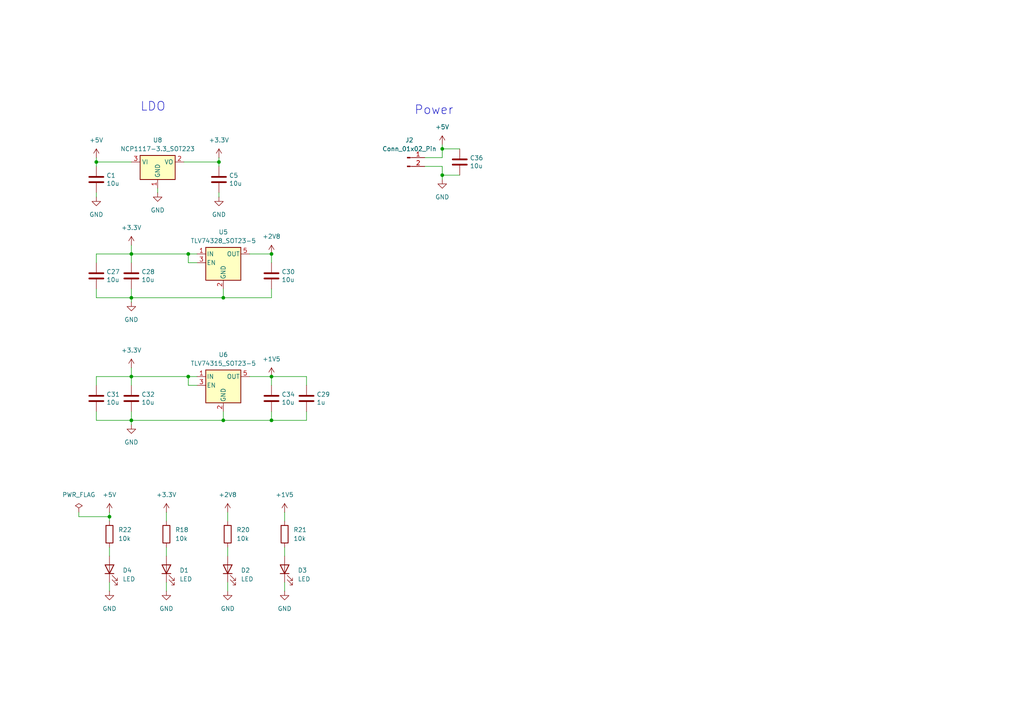
<source format=kicad_sch>
(kicad_sch (version 20250114) (generator "eeschema") (generator_version "9.0")
  (paper "A4")
  (lib_symbols
    (symbol "Connector:Conn_01x02_Pin" (pin_names (offset 1.016) (hide yes))
      (property "Reference" "J" (at 0 2.54 0))
      (property "Value" "Conn_01x02_Pin" (at 0 -5.08 0))
      (symbol "Conn_01x02_Pin_1_1"
        (rectangle (start 0.8636 0.127) (end 0 -0.127) (stroke (width 0.1524)) (fill (type outline)))
        (rectangle (start 0.8636 -2.413) (end 0 -2.667) (stroke (width 0.1524)) (fill (type outline)))
        (polyline (pts (xy 1.27 0) (xy 0.8636 0)) (stroke (width 0.1524)))
        (polyline (pts (xy 1.27 -2.54) (xy 0.8636 -2.54)) (stroke (width 0.1524)))
        (pin passive line (at 5.08 0 180) (length 3.81) (name "Pin_1") (number "1"))
        (pin passive line (at 5.08 -2.54 180) (length 3.81) (name "Pin_2") (number "2"))
      )
    )
    (symbol "Device:C" (pin_numbers (hide yes)) (pin_names (offset 0.254))
      (property "Reference" "C" (at 0.635 2.54 0))
      (property "Value" "C" (at 0.635 -2.54 0))
      (symbol "C_0_1"
        (polyline (pts (xy -2.032 0.762) (xy 2.032 0.762)) (stroke (width 0.508)))
        (polyline (pts (xy -2.032 -0.762) (xy 2.032 -0.762)) (stroke (width 0.508)))
      )
      (symbol "C_1_1"
        (pin passive line (at 0 3.81 270) (length 2.794) (name "~") (number "1"))
        (pin passive line (at 0 -3.81 90) (length 2.794) (name "~") (number "2"))
      )
    )
    (symbol "Device:LED" (pin_numbers (hide yes)) (pin_names (offset 1.016) (hide yes))
      (property "Reference" "D" (at 0 2.54 0))
      (property "Value" "LED" (at 0 -2.54 0))
      (symbol "LED_0_1"
        (polyline (pts (xy -3.048 -0.762) (xy -4.572 -2.286) (xy -3.81 -2.286) (xy -4.572 -2.286) (xy -4.572 -1.524)))
        (polyline (pts (xy -1.778 -0.762) (xy -3.302 -2.286) (xy -2.54 -2.286) (xy -3.302 -2.286) (xy -3.302 -1.524)))
        (polyline (pts (xy -1.27 0) (xy 1.27 0)))
        (polyline (pts (xy -1.27 -1.27) (xy -1.27 1.27)) (stroke (width 0.254)))
        (polyline (pts (xy 1.27 -1.27) (xy 1.27 1.27) (xy -1.27 0) (xy 1.27 -1.27)) (stroke (width 0.254)))
      )
      (symbol "LED_1_1"
        (pin passive line (at -3.81 0 0) (length 2.54) (name "K") (number "1"))
        (pin passive line (at 3.81 0 180) (length 2.54) (name "A") (number "2"))
      )
    )
    (symbol "Device:R" (pin_numbers (hide yes)) (pin_names (offset 0))
      (property "Reference" "R" (at 2.032 0 90))
      (property "Value" "R" (at 0 0 90))
      (symbol "R_0_1"
        (rectangle (start -1.016 -2.54) (end 1.016 2.54) (stroke (width 0.254)))
      )
      (symbol "R_1_1"
        (pin passive line (at 0 3.81 270) (length 1.27) (name "~") (number "1"))
        (pin passive line (at 0 -3.81 90) (length 1.27) (name "~") (number "2"))
      )
    )
    (symbol "GND_8" (power) (pin_numbers (hide yes)) (pin_names (offset 0) (hide yes))
      (property "Value" "GND" (at 0 -3.81 0))
      (symbol "GND_8_0_1"
        (polyline (pts (xy 0 0) (xy 0 -1.27) (xy 1.27 -1.27) (xy 0 -2.54) (xy -1.27 -1.27) (xy 0 -1.27)))
      )
      (symbol "GND_8_1_1"
        (pin power_in line (at 0 0 270) (length 0) (name "~") (number "1"))
      )
    )
    (symbol "NCP1117-3.3_SOT223_1"
      (property "Reference" "U" (at -3.81 3.175 0))
      (property "Value" "NCP1117-3.3_SOT223" (at 0 3.175 0))
      (symbol "NCP1117-3.3_SOT223_1_0_1"
        (rectangle (start -5.08 -5.08) (end 5.08 1.905) (stroke (width 0.254)) (fill (type background)))
      )
      (symbol "NCP1117-3.3_SOT223_1_1_1"
        (pin power_in line (at -7.62 0 0) (length 2.54) (name "VI") (number "3"))
        (pin power_in line (at 0 -7.62 90) (length 2.54) (name "GND") (number "1"))
        (pin power_out line (at 7.62 0 180) (length 2.54) (name "VO") (number "2"))
      )
    )
    (symbol "Regulator_Linear:TLV70012_SOT23-5" (pin_names (offset 0.254))
      (property "Reference" "U" (at -3.81 5.715 0))
      (property "Value" "TLV70012_SOT23-5" (at 0 5.715 0))
      (symbol "TLV70012_SOT23-5_0_1"
        (rectangle (start -5.08 4.445) (end 5.08 -5.08) (stroke (width 0.254)) (fill (type background)))
      )
      (symbol "TLV70012_SOT23-5_1_1"
        (pin power_in line (at -7.62 2.54 0) (length 2.54) (name "IN") (number "1"))
        (pin input line (at -7.62 0 0) (length 2.54) (name "EN") (number "3"))
        (pin power_in line (at 0 -7.62 90) (length 2.54) (name "GND") (number "2"))
        (pin no_connect line (at 5.08 0 180) (length 2.54) (hide yes) (name "NC") (number "4"))
        (pin power_out line (at 7.62 2.54 180) (length 2.54) (name "OUT") (number "5"))
      )
    )
    (symbol "power:+1V5" (power) (pin_numbers (hide yes)) (pin_names (offset 0) (hide yes))
      (property "Value" "+1V5" (at 0 3.556 0))
      (symbol "+1V5_0_1"
        (polyline (pts (xy -0.762 1.27) (xy 0 2.54)))
        (polyline (pts (xy 0 2.54) (xy 0.762 1.27)))
        (polyline (pts (xy 0 0) (xy 0 2.54)))
      )
      (symbol "+1V5_1_1"
        (pin power_in line (at 0 0 90) (length 0) (name "~") (number "1"))
      )
    )
    (symbol "power:+2V8" (power) (pin_numbers (hide yes)) (pin_names (offset 0) (hide yes))
      (property "Value" "+2V8" (at 0 3.556 0))
      (symbol "+2V8_0_1"
        (polyline (pts (xy -0.762 1.27) (xy 0 2.54)))
        (polyline (pts (xy 0 2.54) (xy 0.762 1.27)))
        (polyline (pts (xy 0 0) (xy 0 2.54)))
      )
      (symbol "+2V8_1_1"
        (pin power_in line (at 0 0 90) (length 0) (name "~") (number "1"))
      )
    )
    (symbol "power:+3.3V" (power) (pin_numbers (hide yes)) (pin_names (offset 0) (hide yes))
      (property "Value" "+3.3V" (at 0 3.556 0))
      (symbol "+3.3V_0_1"
        (polyline (pts (xy -0.762 1.27) (xy 0 2.54)))
        (polyline (pts (xy 0 2.54) (xy 0.762 1.27)))
        (polyline (pts (xy 0 0) (xy 0 2.54)))
      )
      (symbol "+3.3V_1_1"
        (pin power_in line (at 0 0 90) (length 0) (name "~") (number "1"))
      )
    )
    (symbol "power:+5V" (power) (pin_numbers (hide yes)) (pin_names (offset 0) (hide yes))
      (property "Value" "+5V" (at 0 3.556 0))
      (symbol "+5V_0_1"
        (polyline (pts (xy -0.762 1.27) (xy 0 2.54)))
        (polyline (pts (xy 0 2.54) (xy 0.762 1.27)))
        (polyline (pts (xy 0 0) (xy 0 2.54)))
      )
      (symbol "+5V_1_1"
        (pin power_in line (at 0 0 90) (length 0) (name "~") (number "1"))
      )
    )
    (symbol "power:GND" (power) (pin_numbers (hide yes)) (pin_names (offset 0) (hide yes))
      (property "Value" "GND" (at 0 -3.81 0))
      (symbol "GND_0_1"
        (polyline (pts (xy 0 0) (xy 0 -1.27) (xy 1.27 -1.27) (xy 0 -2.54) (xy -1.27 -1.27) (xy 0 -1.27)))
      )
      (symbol "GND_1_1"
        (pin power_in line (at 0 0 270) (length 0) (name "~") (number "1"))
      )
    )
    (symbol "power:PWR_FLAG" (power) (pin_numbers (hide yes)) (pin_names (offset 0) (hide yes))
      (property "Value" "PWR_FLAG" (at 0 3.81 0))
      (symbol "PWR_FLAG_0_0"
        (pin power_out line (at 0 0 90) (length 0) (name "~") (number "1"))
      )
      (symbol "PWR_FLAG_0_1"
        (polyline (pts (xy 0 0) (xy 0 1.27) (xy -1.016 1.905) (xy 0 2.54) (xy 1.016 1.905) (xy 0 1.27)))
      )
    )
  )
  (text "LDO" (at 40.64 32.512 0) (effects (font (size 2.54 2.54)) (justify left bottom)))
  (text "Power" (at 120.142 33.528 0) (effects (font (size 2.54 2.54)) (justify left bottom)))
  (junction (at 31.75 149.86))
  (junction (at 78.74 109.22))
  (junction (at 38.1 109.22))
  (junction (at 78.74 121.92))
  (junction (at 64.77 86.36))
  (junction (at 54.61 109.22))
  (junction (at 38.1 121.92))
  (junction (at 54.61 73.66))
  (junction (at 78.74 73.66))
  (junction (at 128.27 50.8))
  (junction (at 27.94 46.99))
  (junction (at 128.27 43.18))
  (junction (at 38.1 86.36))
  (junction (at 38.1 73.66))
  (junction (at 63.5 46.99))
  (junction (at 64.77 121.92))
  (wire (pts (xy 78.74 83.82) (xy 78.74 86.36)))
  (wire (pts (xy 38.1 86.36) (xy 38.1 87.63)))
  (wire (pts (xy 128.27 48.26) (xy 128.27 50.8)))
  (wire (pts (xy 128.27 52.07) (xy 128.27 50.8)))
  (wire (pts (xy 22.86 148.59) (xy 22.86 149.86)))
  (wire (pts (xy 27.94 55.88) (xy 27.94 57.15)))
  (wire (pts (xy 45.72 54.61) (xy 45.72 55.88)))
  (wire (pts (xy 38.1 121.92) (xy 38.1 123.19)))
  (wire (pts (xy 27.94 86.36) (xy 38.1 86.36)))
  (wire (pts (xy 38.1 109.22) (xy 38.1 111.76)))
  (wire (pts (xy 27.94 111.76) (xy 27.94 109.22)))
  (wire (pts (xy 38.1 73.66) (xy 38.1 76.2)))
  (wire (pts (xy 53.34 46.99) (xy 63.5 46.99)))
  (wire (pts (xy 128.27 45.72) (xy 128.27 43.18)))
  (wire (pts (xy 82.55 148.59) (xy 82.55 151.13)))
  (wire (pts (xy 27.94 109.22) (xy 38.1 109.22)))
  (wire (pts (xy 48.26 158.75) (xy 48.26 161.29)))
  (wire (pts (xy 123.19 45.72) (xy 128.27 45.72)))
  (wire (pts (xy 38.1 71.12) (xy 38.1 73.66)))
  (wire (pts (xy 54.61 109.22) (xy 57.15 109.22)))
  (wire (pts (xy 31.75 158.75) (xy 31.75 161.29)))
  (wire (pts (xy 31.75 168.91) (xy 31.75 171.45)))
  (wire (pts (xy 88.9 119.38) (xy 88.9 121.92)))
  (wire (pts (xy 128.27 50.8) (xy 133.35 50.8)))
  (wire (pts (xy 54.61 76.2) (xy 54.61 73.66)))
  (wire (pts (xy 38.1 83.82) (xy 38.1 86.36)))
  (wire (pts (xy 66.04 148.59) (xy 66.04 151.13)))
  (wire (pts (xy 31.75 148.59) (xy 31.75 149.86)))
  (wire (pts (xy 27.94 76.2) (xy 27.94 73.66)))
  (wire (pts (xy 78.74 73.66) (xy 78.74 76.2)))
  (wire (pts (xy 88.9 109.22) (xy 78.74 109.22)))
  (wire (pts (xy 27.94 45.72) (xy 27.94 46.99)))
  (wire (pts (xy 64.77 83.82) (xy 64.77 86.36)))
  (wire (pts (xy 64.77 119.38) (xy 64.77 121.92)))
  (wire (pts (xy 63.5 48.26) (xy 63.5 46.99)))
  (wire (pts (xy 128.27 41.91) (xy 128.27 43.18)))
  (wire (pts (xy 78.74 109.22) (xy 78.74 111.76)))
  (wire (pts (xy 31.75 149.86) (xy 31.75 151.13)))
  (wire (pts (xy 27.94 73.66) (xy 38.1 73.66)))
  (wire (pts (xy 78.74 86.36) (xy 64.77 86.36)))
  (wire (pts (xy 78.74 119.38) (xy 78.74 121.92)))
  (wire (pts (xy 38.1 119.38) (xy 38.1 121.92)))
  (wire (pts (xy 66.04 158.75) (xy 66.04 161.29)))
  (wire (pts (xy 88.9 121.92) (xy 78.74 121.92)))
  (wire (pts (xy 54.61 111.76) (xy 54.61 109.22)))
  (wire (pts (xy 48.26 168.91) (xy 48.26 171.45)))
  (wire (pts (xy 82.55 158.75) (xy 82.55 161.29)))
  (wire (pts (xy 72.39 109.22) (xy 78.74 109.22)))
  (wire (pts (xy 123.19 48.26) (xy 128.27 48.26)))
  (wire (pts (xy 22.86 149.86) (xy 31.75 149.86)))
  (wire (pts (xy 128.27 43.18) (xy 133.35 43.18)))
  (wire (pts (xy 27.94 48.26) (xy 27.94 46.99)))
  (wire (pts (xy 57.15 76.2) (xy 54.61 76.2)))
  (wire (pts (xy 38.1 46.99) (xy 27.94 46.99)))
  (wire (pts (xy 57.15 111.76) (xy 54.61 111.76)))
  (wire (pts (xy 66.04 168.91) (xy 66.04 171.45)))
  (wire (pts (xy 38.1 106.68) (xy 38.1 109.22)))
  (wire (pts (xy 82.55 168.91) (xy 82.55 171.45)))
  (wire (pts (xy 27.94 121.92) (xy 38.1 121.92)))
  (wire (pts (xy 27.94 83.82) (xy 27.94 86.36)))
  (wire (pts (xy 63.5 46.99) (xy 63.5 45.72)))
  (wire (pts (xy 88.9 111.76) (xy 88.9 109.22)))
  (wire (pts (xy 38.1 121.92) (xy 64.77 121.92)))
  (wire (pts (xy 78.74 121.92) (xy 64.77 121.92)))
  (wire (pts (xy 63.5 55.88) (xy 63.5 57.15)))
  (wire (pts (xy 48.26 148.59) (xy 48.26 151.13)))
  (wire (pts (xy 38.1 109.22) (xy 54.61 109.22)))
  (wire (pts (xy 38.1 73.66) (xy 54.61 73.66)))
  (wire (pts (xy 27.94 119.38) (xy 27.94 121.92)))
  (wire (pts (xy 38.1 86.36) (xy 64.77 86.36)))
  (wire (pts (xy 54.61 73.66) (xy 57.15 73.66)))
  (wire (pts (xy 72.39 73.66) (xy 78.74 73.66)))
  (symbol (lib_id "Device:C") (at 27.94 52.07 0) (unit 1)
    (property "Reference" "C1" (at 30.861 50.9016 0) (effects (justify left)))
    (property "Value" "10u" (at 30.861 53.213 0) (effects (justify left)))
    (property "Footprint" "Capacitor_SMD:C_0603_1608Metric_Pad1.08x0.95mm_HandSolder" (effects (hide yes)))
  )
  (symbol (lib_id "Device:C") (at 63.5 52.07 0) (unit 1)
    (property "Reference" "C5" (at 66.421 50.9016 0) (effects (justify left)))
    (property "Value" "10u" (at 66.421 53.213 0) (effects (justify left)))
    (property "Footprint" "Capacitor_SMD:C_0603_1608Metric_Pad1.08x0.95mm_HandSolder" (effects (hide yes)))
  )
  (symbol (lib_id "Device:C") (at 27.94 115.57 0) (unit 1)
    (property "Reference" "C31" (at 30.861 114.4016 0) (effects (justify left)))
    (property "Value" "10u" (at 30.861 116.713 0) (effects (justify left)))
    (property "Footprint" "Capacitor_SMD:C_0603_1608Metric_Pad1.08x0.95mm_HandSolder" (effects (hide yes)))
  )
  (symbol (lib_id "power:GND") (at 38.1 87.63 0) (unit 1)
    (property "Reference" "#PWR026" (effects (hide yes)))
    (property "Value" "GND" (at 38.1 92.71 0))
    (property "Description" "Power symbol creates a global label with name \"GND\" , ground" (effects (hide yes)))
  )
  (symbol (lib_id "power:+2V8") (at 78.74 73.66 0) (unit 1)
    (property "Reference" "#PWR029" (effects (hide yes)))
    (property "Value" "+2V8" (at 78.74 68.58 0))
    (property "Description" "Power symbol creates a global label with name \"+2V8\"" (effects (hide yes)))
  )
  (symbol (lib_name "GND_8") (lib_id "power:GND") (at 38.1 123.19 0) (unit 1)
    (property "Reference" "#PWR052" (effects (hide yes)))
    (property "Value" "GND" (at 38.1 128.27 0))
    (property "Description" "Power symbol creates a global label with name \"GND\" , ground" (effects (hide yes)))
  )
  (symbol (lib_id "Regulator_Linear:TLV70012_SOT23-5") (at 64.77 76.2 0) (unit 1)
    (property "Reference" "U5" (at 64.77 67.31 0))
    (property "Value" "TLV74328_SOT23-5" (at 64.77 69.85 0))
    (property "Footprint" "Package_TO_SOT_SMD:SOT-23-5" (effects (hide yes)))
    (property "Datasheet" "http://www.ti.com/lit/ds/symlink/tlv700.pdf" (effects (hide yes)))
    (property "Description" "200mA Low Dropout Voltage Regulator, Fixed Output 1.2V, SOT-23-5" (effects (hide yes)))
  )
  (symbol (lib_id "power:+5V") (at 31.75 148.59 0) (unit 1)
    (property "Reference" "#PWR09" (effects (hide yes)))
    (property "Value" "+5V" (at 31.75 143.51 0))
    (property "Description" "Power symbol creates a global label with name \"+5V\"" (effects (hide yes)))
  )
  (symbol (lib_id "Device:C") (at 78.74 80.01 0) (unit 1)
    (property "Reference" "C30" (at 81.661 78.8416 0) (effects (justify left)))
    (property "Value" "10u" (at 81.661 81.153 0) (effects (justify left)))
    (property "Footprint" "Capacitor_SMD:C_0603_1608Metric_Pad1.08x0.95mm_HandSolder" (effects (hide yes)))
  )
  (symbol (lib_id "Device:LED") (at 66.04 165.1 90) (unit 1)
    (property "Reference" "D2" (at 69.85 165.4174 90) (effects (justify right)))
    (property "Value" "LED" (at 69.85 167.9574 90) (effects (justify right)))
    (property "Footprint" "Diode_SMD:D_0603_1608Metric" (effects (hide yes)))
    (property "Description" "Light emitting diode" (effects (hide yes)))
    (property "Sim.Pins" "1=K 2=A" (effects (hide yes)))
  )
  (symbol (lib_id "power:+2V8") (at 66.04 148.59 0) (unit 1)
    (property "Reference" "#PWR047" (effects (hide yes)))
    (property "Value" "+2V8" (at 66.04 143.51 0))
    (property "Description" "Power symbol creates a global label with name \"+2V8\"" (effects (hide yes)))
  )
  (symbol (lib_id "power:GND") (at 27.94 57.15 0) (unit 1)
    (property "Reference" "#PWR011" (effects (hide yes)))
    (property "Value" "GND" (at 27.94 62.23 0))
    (property "Description" "Power symbol creates a global label with name \"GND\" , ground" (effects (hide yes)))
  )
  (symbol (lib_id "Device:C") (at 78.74 115.57 0) (unit 1)
    (property "Reference" "C34" (at 81.661 114.4016 0) (effects (justify left)))
    (property "Value" "10u" (at 81.661 116.713 0) (effects (justify left)))
    (property "Footprint" "Capacitor_SMD:C_0603_1608Metric_Pad1.08x0.95mm_HandSolder" (effects (hide yes)))
  )
  (symbol (lib_id "power:+3.3V") (at 48.26 148.59 0) (unit 1)
    (property "Reference" "#PWR058" (effects (hide yes)))
    (property "Value" "+3.3V" (at 48.26 143.51 0))
    (property "Description" "Power symbol creates a global label with name \"+3.3V\"" (effects (hide yes)))
  )
  (symbol (lib_id "power:GND") (at 45.72 55.88 0) (unit 1)
    (property "Reference" "#PWR02" (effects (hide yes)))
    (property "Value" "GND" (at 45.72 60.96 0))
    (property "Description" "Power symbol creates a global label with name \"GND\" , ground" (effects (hide yes)))
  )
  (symbol (lib_id "power:+3.3V") (at 63.5 45.72 0) (unit 1)
    (property "Reference" "#PWR08" (effects (hide yes)))
    (property "Value" "+3.3V" (at 63.5 40.64 0))
    (property "Description" "Power symbol creates a global label with name \"+3.3V\"" (effects (hide yes)))
  )
  (symbol (lib_id "power:GND") (at 48.26 171.45 0) (unit 1)
    (property "Reference" "#PWR059" (effects (hide yes)))
    (property "Value" "GND" (at 48.26 176.53 0))
    (property "Description" "Power symbol creates a global label with name \"GND\" , ground" (effects (hide yes)))
  )
  (symbol (lib_id "power:+3.3V") (at 38.1 106.68 0) (unit 1)
    (property "Reference" "#PWR030" (effects (hide yes)))
    (property "Value" "+3.3V" (at 38.1 101.6 0))
    (property "Description" "Power symbol creates a global label with name \"+3.3V\"" (effects (hide yes)))
  )
  (symbol (lib_id "Device:C") (at 133.35 46.99 0) (unit 1)
    (property "Reference" "C36" (at 136.271 45.8216 0) (effects (justify left)))
    (property "Value" "10u" (at 136.271 48.133 0) (effects (justify left)))
    (property "Footprint" "Capacitor_THT:CP_Radial_D8.0mm_P2.50mm" (effects (hide yes)))
  )
  (symbol (lib_id "Regulator_Linear:TLV70012_SOT23-5") (at 64.77 111.76 0) (unit 1)
    (property "Reference" "U6" (at 64.77 102.87 0))
    (property "Value" "TLV74315_SOT23-5" (at 64.77 105.41 0))
    (property "Footprint" "Package_TO_SOT_SMD:SOT-23-5" (effects (hide yes)))
    (property "Datasheet" "http://www.ti.com/lit/ds/symlink/tlv700.pdf" (effects (hide yes)))
    (property "Description" "200mA Low Dropout Voltage Regulator, Fixed Output 1.2V, SOT-23-5" (effects (hide yes)))
  )
  (symbol (lib_id "power:GND") (at 31.75 171.45 0) (unit 1)
    (property "Reference" "#PWR012" (effects (hide yes)))
    (property "Value" "GND" (at 31.75 176.53 0))
    (property "Description" "Power symbol creates a global label with name \"GND\" , ground" (effects (hide yes)))
  )
  (symbol (lib_id "Device:R") (at 48.26 154.94 0) (unit 1)
    (property "Reference" "R18" (at 50.8 153.6699 0) (effects (justify left)))
    (property "Value" "10k" (at 50.8 156.2099 0) (effects (justify left)))
    (property "Footprint" "Resistor_SMD:R_0603_1608Metric_Pad0.98x0.95mm_HandSolder" (effects (hide yes)))
    (property "Description" "Resistor" (effects (hide yes)))
  )
  (symbol (lib_id "power:+1V5") (at 82.55 148.59 0) (unit 1)
    (property "Reference" "#PWR061" (effects (hide yes)))
    (property "Value" "+1V5" (at 82.55 143.51 0))
    (property "Description" "Power symbol creates a global label with name \"+1V5\"" (effects (hide yes)))
  )
  (symbol (lib_id "Device:C") (at 88.9 115.57 0) (unit 1)
    (property "Reference" "C29" (at 91.821 114.4016 0) (effects (justify left)))
    (property "Value" "1u" (at 91.821 116.713 0) (effects (justify left)))
    (property "Footprint" "Capacitor_SMD:C_0603_1608Metric_Pad1.08x0.95mm_HandSolder" (effects (hide yes)))
  )
  (symbol (lib_id "power:GND") (at 66.04 171.45 0) (unit 1)
    (property "Reference" "#PWR060" (effects (hide yes)))
    (property "Value" "GND" (at 66.04 176.53 0))
    (property "Description" "Power symbol creates a global label with name \"GND\" , ground" (effects (hide yes)))
  )
  (symbol (lib_name "NCP1117-3.3_SOT223_1") (lib_id "Regulator_Linear:NCP1117-3.3_SOT223") (at 45.72 46.99 0) (unit 1)
    (property "Reference" "U8" (at 45.72 40.64 0))
    (property "Value" "NCP1117-3.3_SOT223" (at 45.72 43.18 0))
    (property "Footprint" "Package_TO_SOT_SMD:SOT-223-3_TabPin2" (effects (hide yes)))
    (property "Datasheet" "http://www.onsemi.com/pub_link/Collateral/NCP1117-D.PDF" (effects (hide yes)))
    (property "Description" "1A Low drop-out regulator, Fixed Output 3.3V, SOT-223" (effects (hide yes)))
  )
  (symbol (lib_id "Connector:Conn_01x02_Pin") (at 118.11 45.72 0) (unit 1)
    (property "Reference" "J2" (at 118.745 40.64 0))
    (property "Value" "Conn_01x02_Pin" (at 118.745 43.18 0))
    (property "Footprint" "TerminalBlock:TerminalBlock_MaiXu_MX126-5.0-02P_1x02_P5.00mm" (effects (hide yes)))
    (property "Description" "Generic connector, single row, 01x02, script generated" (effects (hide yes)))
  )
  (symbol (lib_id "Device:C") (at 27.94 80.01 0) (unit 1)
    (property "Reference" "C27" (at 30.861 78.8416 0) (effects (justify left)))
    (property "Value" "10u" (at 30.861 81.153 0) (effects (justify left)))
    (property "Footprint" "Capacitor_SMD:C_0603_1608Metric_Pad1.08x0.95mm_HandSolder" (effects (hide yes)))
  )
  (symbol (lib_id "power:+1V5") (at 78.74 109.22 0) (unit 1)
    (property "Reference" "#PWR053" (effects (hide yes)))
    (property "Value" "+1V5" (at 78.74 104.14 0))
    (property "Description" "Power symbol creates a global label with name \"+1V5\"" (effects (hide yes)))
  )
  (symbol (lib_id "Device:R") (at 82.55 154.94 0) (unit 1)
    (property "Reference" "R21" (at 85.09 153.6699 0) (effects (justify left)))
    (property "Value" "10k" (at 85.09 156.2099 0) (effects (justify left)))
    (property "Footprint" "Resistor_SMD:R_0603_1608Metric_Pad0.98x0.95mm_HandSolder" (effects (hide yes)))
    (property "Description" "Resistor" (effects (hide yes)))
  )
  (symbol (lib_id "Device:LED") (at 31.75 165.1 90) (unit 1)
    (property "Reference" "D4" (at 35.56 165.4174 90) (effects (justify right)))
    (property "Value" "LED" (at 35.56 167.9574 90) (effects (justify right)))
    (property "Footprint" "Diode_SMD:D_0603_1608Metric" (effects (hide yes)))
    (property "Description" "Light emitting diode" (effects (hide yes)))
    (property "Sim.Pins" "1=K 2=A" (effects (hide yes)))
  )
  (symbol (lib_id "power:+3.3V") (at 38.1 71.12 0) (unit 1)
    (property "Reference" "#PWR025" (effects (hide yes)))
    (property "Value" "+3.3V" (at 38.1 66.04 0))
    (property "Description" "Power symbol creates a global label with name \"+3.3V\"" (effects (hide yes)))
  )
  (symbol (lib_id "power:GND") (at 82.55 171.45 0) (unit 1)
    (property "Reference" "#PWR062" (effects (hide yes)))
    (property "Value" "GND" (at 82.55 176.53 0))
    (property "Description" "Power symbol creates a global label with name \"GND\" , ground" (effects (hide yes)))
  )
  (symbol (lib_id "Device:C") (at 38.1 115.57 0) (unit 1)
    (property "Reference" "C32" (at 41.021 114.4016 0) (effects (justify left)))
    (property "Value" "10u" (at 41.021 116.713 0) (effects (justify left)))
    (property "Footprint" "Capacitor_SMD:C_0603_1608Metric_Pad1.08x0.95mm_HandSolder" (effects (hide yes)))
  )
  (symbol (lib_id "Device:R") (at 66.04 154.94 0) (unit 1)
    (property "Reference" "R20" (at 68.58 153.6699 0) (effects (justify left)))
    (property "Value" "10k" (at 68.58 156.2099 0) (effects (justify left)))
    (property "Footprint" "Resistor_SMD:R_0603_1608Metric_Pad0.98x0.95mm_HandSolder" (effects (hide yes)))
    (property "Description" "Resistor" (effects (hide yes)))
  )
  (symbol (lib_id "power:GND") (at 128.27 52.07 0) (unit 1)
    (property "Reference" "#PWR010" (effects (hide yes)))
    (property "Value" "GND" (at 128.27 57.15 0))
    (property "Description" "Power symbol creates a global label with name \"GND\" , ground" (effects (hide yes)))
  )
  (symbol (lib_id "power:+5V") (at 27.94 45.72 0) (unit 1)
    (property "Reference" "#PWR03" (effects (hide yes)))
    (property "Value" "+5V" (at 27.94 40.64 0))
    (property "Description" "Power symbol creates a global label with name \"+5V\"" (effects (hide yes)))
  )
  (symbol (lib_id "Device:C") (at 38.1 80.01 0) (unit 1)
    (property "Reference" "C28" (at 41.021 78.8416 0) (effects (justify left)))
    (property "Value" "10u" (at 41.021 81.153 0) (effects (justify left)))
    (property "Footprint" "Capacitor_SMD:C_0603_1608Metric_Pad1.08x0.95mm_HandSolder" (effects (hide yes)))
  )
  (symbol (lib_id "Device:LED") (at 48.26 165.1 90) (unit 1)
    (property "Reference" "D1" (at 52.07 165.4174 90) (effects (justify right)))
    (property "Value" "LED" (at 52.07 167.9574 90) (effects (justify right)))
    (property "Footprint" "Diode_SMD:D_0603_1608Metric" (effects (hide yes)))
    (property "Description" "Light emitting diode" (effects (hide yes)))
    (property "Sim.Pins" "1=K 2=A" (effects (hide yes)))
  )
  (symbol (lib_id "power:PWR_FLAG") (at 22.86 148.59 0) (unit 1)
    (property "Reference" "#FLG01" (effects (hide yes)))
    (property "Value" "PWR_FLAG" (at 22.86 143.51 0))
    (property "Description" "Special symbol for telling ERC where power comes from" (effects (hide yes)))
  )
  (symbol (lib_id "Device:LED") (at 82.55 165.1 90) (unit 1)
    (property "Reference" "D3" (at 86.36 165.4174 90) (effects (justify right)))
    (property "Value" "LED" (at 86.36 167.9574 90) (effects (justify right)))
    (property "Footprint" "Diode_SMD:D_0603_1608Metric" (effects (hide yes)))
    (property "Description" "Light emitting diode" (effects (hide yes)))
    (property "Sim.Pins" "1=K 2=A" (effects (hide yes)))
  )
  (symbol (lib_id "power:+5V") (at 128.27 41.91 0) (unit 1)
    (property "Reference" "#PWR065" (effects (hide yes)))
    (property "Value" "+5V" (at 128.27 36.83 0))
    (property "Description" "Power symbol creates a global label with name \"+5V\"" (effects (hide yes)))
  )
  (symbol (lib_id "Device:R") (at 31.75 154.94 0) (unit 1)
    (property "Reference" "R22" (at 34.29 153.6699 0) (effects (justify left)))
    (property "Value" "10k" (at 34.29 156.2099 0) (effects (justify left)))
    (property "Footprint" "Resistor_SMD:R_0603_1608Metric_Pad0.98x0.95mm_HandSolder" (effects (hide yes)))
    (property "Description" "Resistor" (effects (hide yes)))
  )
  (symbol (lib_id "power:GND") (at 63.5 57.15 0) (unit 1)
    (property "Reference" "#PWR050" (effects (hide yes)))
    (property "Value" "GND" (at 63.5 62.23 0))
    (property "Description" "Power symbol creates a global label with name \"GND\" , ground" (effects (hide yes)))
  )
)
</source>
